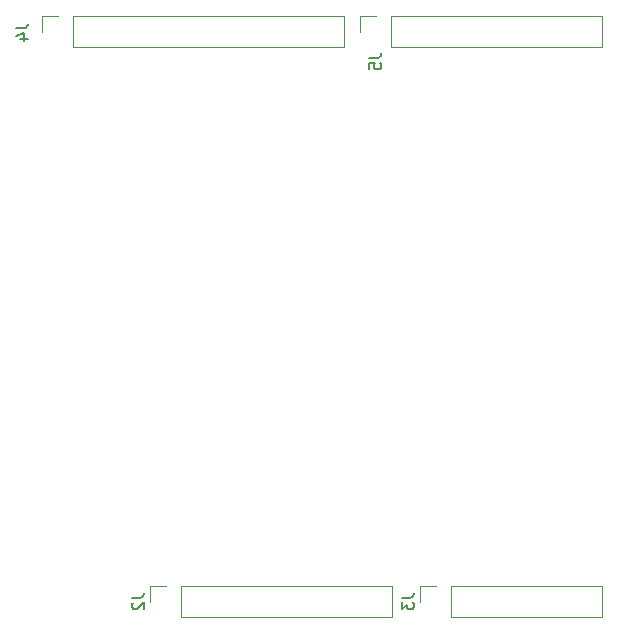
<source format=gbr>
%TF.GenerationSoftware,KiCad,Pcbnew,8.0.1*%
%TF.CreationDate,2024-05-23T19:57:17+02:00*%
%TF.ProjectId,Lab1,4c616231-2e6b-4696-9361-645f70636258,V0.1*%
%TF.SameCoordinates,Original*%
%TF.FileFunction,Legend,Bot*%
%TF.FilePolarity,Positive*%
%FSLAX46Y46*%
G04 Gerber Fmt 4.6, Leading zero omitted, Abs format (unit mm)*
G04 Created by KiCad (PCBNEW 8.0.1) date 2024-05-23 19:57:17*
%MOMM*%
%LPD*%
G01*
G04 APERTURE LIST*
%ADD10C,0.150000*%
%ADD11C,0.120000*%
G04 APERTURE END LIST*
D10*
X125064819Y-97126666D02*
X125779104Y-97126666D01*
X125779104Y-97126666D02*
X125921961Y-97079047D01*
X125921961Y-97079047D02*
X126017200Y-96983809D01*
X126017200Y-96983809D02*
X126064819Y-96840952D01*
X126064819Y-96840952D02*
X126064819Y-96745714D01*
X125160057Y-97555238D02*
X125112438Y-97602857D01*
X125112438Y-97602857D02*
X125064819Y-97698095D01*
X125064819Y-97698095D02*
X125064819Y-97936190D01*
X125064819Y-97936190D02*
X125112438Y-98031428D01*
X125112438Y-98031428D02*
X125160057Y-98079047D01*
X125160057Y-98079047D02*
X125255295Y-98126666D01*
X125255295Y-98126666D02*
X125350533Y-98126666D01*
X125350533Y-98126666D02*
X125493390Y-98079047D01*
X125493390Y-98079047D02*
X126064819Y-97507619D01*
X126064819Y-97507619D02*
X126064819Y-98126666D01*
X147924819Y-97126666D02*
X148639104Y-97126666D01*
X148639104Y-97126666D02*
X148781961Y-97079047D01*
X148781961Y-97079047D02*
X148877200Y-96983809D01*
X148877200Y-96983809D02*
X148924819Y-96840952D01*
X148924819Y-96840952D02*
X148924819Y-96745714D01*
X147924819Y-97507619D02*
X147924819Y-98126666D01*
X147924819Y-98126666D02*
X148305771Y-97793333D01*
X148305771Y-97793333D02*
X148305771Y-97936190D01*
X148305771Y-97936190D02*
X148353390Y-98031428D01*
X148353390Y-98031428D02*
X148401009Y-98079047D01*
X148401009Y-98079047D02*
X148496247Y-98126666D01*
X148496247Y-98126666D02*
X148734342Y-98126666D01*
X148734342Y-98126666D02*
X148829580Y-98079047D01*
X148829580Y-98079047D02*
X148877200Y-98031428D01*
X148877200Y-98031428D02*
X148924819Y-97936190D01*
X148924819Y-97936190D02*
X148924819Y-97650476D01*
X148924819Y-97650476D02*
X148877200Y-97555238D01*
X148877200Y-97555238D02*
X148829580Y-97507619D01*
X115254819Y-48916666D02*
X115969104Y-48916666D01*
X115969104Y-48916666D02*
X116111961Y-48869047D01*
X116111961Y-48869047D02*
X116207200Y-48773809D01*
X116207200Y-48773809D02*
X116254819Y-48630952D01*
X116254819Y-48630952D02*
X116254819Y-48535714D01*
X115588152Y-49821428D02*
X116254819Y-49821428D01*
X115207200Y-49583333D02*
X115921485Y-49345238D01*
X115921485Y-49345238D02*
X115921485Y-49964285D01*
X145154819Y-51416666D02*
X145869104Y-51416666D01*
X145869104Y-51416666D02*
X146011961Y-51369047D01*
X146011961Y-51369047D02*
X146107200Y-51273809D01*
X146107200Y-51273809D02*
X146154819Y-51130952D01*
X146154819Y-51130952D02*
X146154819Y-51035714D01*
X145154819Y-52369047D02*
X145154819Y-51892857D01*
X145154819Y-51892857D02*
X145631009Y-51845238D01*
X145631009Y-51845238D02*
X145583390Y-51892857D01*
X145583390Y-51892857D02*
X145535771Y-51988095D01*
X145535771Y-51988095D02*
X145535771Y-52226190D01*
X145535771Y-52226190D02*
X145583390Y-52321428D01*
X145583390Y-52321428D02*
X145631009Y-52369047D01*
X145631009Y-52369047D02*
X145726247Y-52416666D01*
X145726247Y-52416666D02*
X145964342Y-52416666D01*
X145964342Y-52416666D02*
X146059580Y-52369047D01*
X146059580Y-52369047D02*
X146107200Y-52321428D01*
X146107200Y-52321428D02*
X146154819Y-52226190D01*
X146154819Y-52226190D02*
X146154819Y-51988095D01*
X146154819Y-51988095D02*
X146107200Y-51892857D01*
X146107200Y-51892857D02*
X146059580Y-51845238D01*
D11*
%TO.C,J2*%
X126610000Y-96130000D02*
X127940000Y-96130000D01*
X126610000Y-97460000D02*
X126610000Y-96130000D01*
X129210000Y-98790000D02*
X129210000Y-96130000D01*
X147050000Y-96130000D02*
X129210000Y-96130000D01*
X147050000Y-98790000D02*
X129210000Y-98790000D01*
X147050000Y-98790000D02*
X147050000Y-96130000D01*
%TO.C,J3*%
X149470000Y-96130000D02*
X150800000Y-96130000D01*
X149470000Y-97460000D02*
X149470000Y-96130000D01*
X152070000Y-98790000D02*
X152070000Y-96130000D01*
X164830000Y-96130000D02*
X152070000Y-96130000D01*
X164830000Y-98790000D02*
X152070000Y-98790000D01*
X164830000Y-98790000D02*
X164830000Y-96130000D01*
%TO.C,J4*%
X117466000Y-47870000D02*
X118796000Y-47870000D01*
X117466000Y-49200000D02*
X117466000Y-47870000D01*
X120066000Y-50530000D02*
X120066000Y-47870000D01*
X142986000Y-47870000D02*
X120066000Y-47870000D01*
X142986000Y-50530000D02*
X120066000Y-50530000D01*
X142986000Y-50530000D02*
X142986000Y-47870000D01*
%TO.C,J5*%
X144390000Y-47870000D02*
X145720000Y-47870000D01*
X144390000Y-49200000D02*
X144390000Y-47870000D01*
X146990000Y-50530000D02*
X146990000Y-47870000D01*
X164830000Y-47870000D02*
X146990000Y-47870000D01*
X164830000Y-50530000D02*
X146990000Y-50530000D01*
X164830000Y-50530000D02*
X164830000Y-47870000D01*
%TD*%
M02*

</source>
